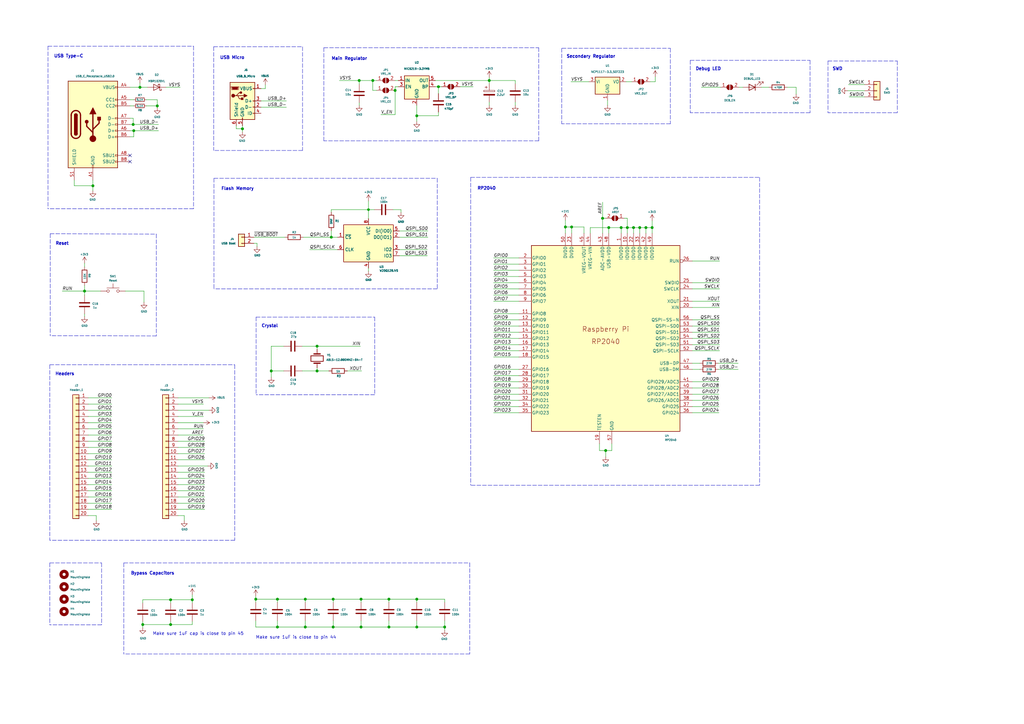
<source format=kicad_sch>
(kicad_sch (version 20211123) (generator eeschema)
  (paper "A3")
  (title_block (title "Mitayi Pico - RP2040") (date "2021-08-26") (rev "0.2") (company "CIRCUITSTATE Electronics") (comment 1 "Designed by Vishnu Mohanan") (comment 2 "Copyright 2021 CIRCUITSTATE Electronics"))
  (junction (at 136.652 245.745) (diameter 1.016))
  (junction (at 234.442 93.091) (diameter 1.016))
  (junction (at 111.252 152.146) (diameter 1.016))
  (junction (at 136.652 257.175) (diameter 1.016))
  (junction (at 125.222 257.175) (diameter 1.016))
  (junction (at 170.942 257.175) (diameter 1.016))
  (junction (at 159.512 257.175) (diameter 1.016))
  (junction (at 135.89 97.282) (diameter 1.016))
  (junction (at 248.412 184.785) (diameter 1.016))
  (junction (at 54.864 53.594) (diameter 1.016))
  (junction (at 104.902 245.745) (diameter 1.016))
  (junction (at 159.512 245.745) (diameter 1.016))
  (junction (at 267.462 93.345) (diameter 1.016))
  (junction (at 58.547 256.159) (diameter 1.016))
  (junction (at 113.792 257.175) (diameter 1.016))
  (junction (at 179.832 35.56) (diameter 1.016))
  (junction (at 147.32 33.02) (diameter 1.016))
  (junction (at 148.082 245.745) (diameter 1.016))
  (junction (at 257.302 93.345) (diameter 1.016))
  (junction (at 54.61 51.054) (diameter 1.016))
  (junction (at 78.867 245.999) (diameter 1.016))
  (junction (at 130.048 152.146) (diameter 1.016))
  (junction (at 69.977 245.999) (diameter 1.016))
  (junction (at 247.142 89.535) (diameter 1.016))
  (junction (at 262.382 93.345) (diameter 1.016))
  (junction (at 34.671 119.38) (diameter 1.016))
  (junction (at 113.792 245.745) (diameter 1.016))
  (junction (at 264.922 93.345) (diameter 1.016))
  (junction (at 231.902 93.091) (diameter 1.016))
  (junction (at 259.842 93.345) (diameter 1.016))
  (junction (at 148.082 257.175) (diameter 1.016))
  (junction (at 57.404 35.814) (diameter 1.016))
  (junction (at 170.942 47.498) (diameter 1.016))
  (junction (at 249.682 93.345) (diameter 1.016))
  (junction (at 99.441 52.832) (diameter 1.016))
  (junction (at 170.942 245.745) (diameter 1.016))
  (junction (at 200.66 33.02) (diameter 1.016))
  (junction (at 151.13 85.979))
  (junction (at 254.762 93.345) (diameter 1.016))
  (junction (at 152.908 33.02) (diameter 1.016))
  (junction (at 162.052 37.084) (diameter 1.016))
  (junction (at 38.1 76.2) (diameter 1.016))
  (junction (at 125.222 245.745) (diameter 1.016))
  (junction (at 182.372 257.175) (diameter 1.016))
  (junction (at 69.977 256.159) (diameter 1.016))
  (junction (at 64.516 43.434) (diameter 1.016))
  (junction (at 130.048 141.986) (diameter 1.016))
  (no_connect (at 53.34 63.754))
  (no_connect (at 53.34 66.294))
  (wire (pts (xy 283.972 126.111) (xy 295.148 126.111)))
  (wire (pts (xy 148.082 247.015) (xy 148.082 245.745)))
  (wire (pts (xy 202.438 136.271) (xy 212.852 136.271)))
  (wire (pts (xy 78.867 254.889) (xy 78.867 256.159)))
  (wire (pts (xy 78.867 256.159) (xy 69.977 256.159)))
  (wire (pts (xy 202.438 105.791) (xy 212.852 105.791)))
  (wire (pts (xy 256.032 89.535) (xy 257.302 89.535)))
  (wire (pts (xy 257.302 89.535) (xy 257.302 93.345)))
  (wire (pts (xy 36.195 173.355) (xy 45.847 173.355)))
  (wire (pts (xy 283.972 138.811) (xy 295.148 138.811)))
  (polyline (pts (xy 41.656 230.886) (xy 41.656 256.286)))
  (wire (pts (xy 36.195 198.755) (xy 45.847 198.755)))
  (wire (pts (xy 136.652 245.745) (xy 148.082 245.745)))
  (wire (pts (xy 83.947 208.915) (xy 73.025 208.915)))
  (wire (pts (xy 73.025 170.815) (xy 83.439 170.815)))
  (wire (pts (xy 170.942 257.175) (xy 182.372 257.175)))
  (polyline (pts (xy 79.375 18.923) (xy 79.375 85.598)))
  (wire (pts (xy 283.972 115.951) (xy 295.148 115.951)))
  (wire (pts (xy 36.195 165.735) (xy 45.847 165.735)))
  (wire (pts (xy 151.13 82.423) (xy 151.13 85.979)))
  (polyline (pts (xy 179.324 73.152) (xy 179.324 118.491)))
  (wire (pts (xy 36.195 170.815) (xy 45.847 170.815)))
  (wire (pts (xy 256.794 33.528) (xy 259.08 33.528)))
  (polyline (pts (xy 153.67 161.925) (xy 105.029 161.925)))
  (wire (pts (xy 73.025 168.275) (xy 85.725 168.275)))
  (wire (pts (xy 69.977 247.269) (xy 69.977 245.999)))
  (wire (pts (xy 231.902 90.297) (xy 231.902 93.091)))
  (wire (pts (xy 231.902 93.091) (xy 231.902 95.631)))
  (wire (pts (xy 116.332 152.146) (xy 111.252 152.146)))
  (wire (pts (xy 124.46 97.282) (xy 135.89 97.282)))
  (polyline (pts (xy 20.574 95.885) (xy 20.574 137.668)))
  (polyline (pts (xy 179.324 118.491) (xy 87.757 118.491)))
  (wire (pts (xy 202.438 164.211) (xy 212.852 164.211)))
  (wire (pts (xy 283.972 169.291) (xy 294.894 169.291)))
  (wire (pts (xy 283.972 164.211) (xy 294.894 164.211)))
  (polyline (pts (xy 368.046 46.228) (xy 339.598 46.228)))
  (wire (pts (xy 148.082 245.745) (xy 159.512 245.745)))
  (wire (pts (xy 152.908 33.02) (xy 154.432 33.02)))
  (wire (pts (xy 25.527 119.38) (xy 34.671 119.38)))
  (wire (pts (xy 34.671 119.38) (xy 41.275 119.38)))
  (wire (pts (xy 113.792 245.745) (xy 125.222 245.745)))
  (wire (pts (xy 111.252 152.146) (xy 111.252 154.686)))
  (polyline (pts (xy 87.63 19.177) (xy 87.63 61.722)))
  (polyline (pts (xy 153.67 130.048) (xy 153.67 161.925)))
  (wire (pts (xy 248.412 184.785) (xy 250.952 184.785)))
  (wire (pts (xy 250.952 184.785) (xy 250.952 181.991)))
  (wire (pts (xy 266.7 33.528) (xy 268.732 33.528)))
  (wire (pts (xy 268.732 33.528) (xy 268.732 31.496)))
  (wire (pts (xy 202.438 110.871) (xy 212.852 110.871)))
  (wire (pts (xy 36.195 186.055) (xy 45.847 186.055)))
  (wire (pts (xy 99.441 51.562) (xy 99.441 52.832)))
  (wire (pts (xy 99.441 52.832) (xy 99.441 54.102)))
  (wire (pts (xy 249.682 93.345) (xy 254.762 93.345)))
  (wire (pts (xy 104.14 99.822) (xy 105.41 99.822)))
  (wire (pts (xy 170.942 257.175) (xy 159.512 257.175)))
  (wire (pts (xy 267.462 90.551) (xy 267.462 93.345)))
  (polyline (pts (xy 87.757 73.152) (xy 179.324 73.152)))
  (polyline (pts (xy 192.659 230.886) (xy 192.659 268.224)))
  (wire (pts (xy 136.652 257.175) (xy 125.222 257.175)))
  (polyline (pts (xy 283.083 24.765) (xy 332.232 24.765)))
  (wire (pts (xy 57.404 35.814) (xy 60.452 35.814)))
  (polyline (pts (xy 193.04 72.771) (xy 193.04 199.009)))
  (wire (pts (xy 53.34 43.434) (xy 54.864 43.434)))
  (wire (pts (xy 34.671 117.094) (xy 34.671 119.38)))
  (wire (pts (xy 130.048 150.876) (xy 130.048 152.146)))
  (wire (pts (xy 202.438 128.651) (xy 212.852 128.651)))
  (wire (pts (xy 202.438 138.811) (xy 212.852 138.811)))
  (wire (pts (xy 162.052 33.02) (xy 163.322 33.02)))
  (wire (pts (xy 104.902 254.635) (xy 104.902 257.175)))
  (wire (pts (xy 104.902 257.175) (xy 113.792 257.175)))
  (wire (pts (xy 170.942 254.635) (xy 170.942 257.175)))
  (wire (pts (xy 142.494 152.146) (xy 148.336 152.146)))
  (wire (pts (xy 151.13 85.979) (xy 153.543 85.979)))
  (wire (pts (xy 202.438 146.431) (xy 212.852 146.431)))
  (wire (pts (xy 179.832 45.974) (xy 179.832 47.498)))
  (wire (pts (xy 159.512 247.015) (xy 159.512 245.745)))
  (wire (pts (xy 127 102.362) (xy 138.43 102.362)))
  (wire (pts (xy 202.438 131.191) (xy 212.852 131.191)))
  (wire (pts (xy 69.977 256.159) (xy 69.977 254.889)))
  (wire (pts (xy 135.89 86.995) (xy 135.89 85.979)))
  (wire (pts (xy 283.972 131.191) (xy 295.148 131.191)))
  (wire (pts (xy 38.1 73.914) (xy 38.1 76.2)))
  (wire (pts (xy 38.1 76.2) (xy 38.1 78.232)))
  (wire (pts (xy 152.908 33.02) (xy 152.908 37.084)))
  (wire (pts (xy 30.48 73.914) (xy 30.48 76.2)))
  (wire (pts (xy 30.48 76.2) (xy 38.1 76.2)))
  (wire (pts (xy 51.435 119.38) (xy 59.055 119.38)))
  (wire (pts (xy 59.944 40.894) (xy 64.516 40.894)))
  (wire (pts (xy 64.516 40.894) (xy 64.516 43.434)))
  (wire (pts (xy 211.328 41.91) (xy 211.328 43.18)))
  (wire (pts (xy 36.195 183.515) (xy 45.847 183.515)))
  (wire (pts (xy 294.64 148.971) (xy 302.768 148.971)))
  (wire (pts (xy 147.32 42.164) (xy 147.32 43.18)))
  (polyline (pts (xy 41.656 256.286) (xy 20.447 256.286)))
  (wire (pts (xy 73.025 175.895) (xy 83.439 175.895)))
  (polyline (pts (xy 230.378 19.812) (xy 230.378 50.8)))
  (wire (pts (xy 73.025 183.515) (xy 83.947 183.515)))
  (wire (pts (xy 139.192 33.02) (xy 147.32 33.02)))
  (wire (pts (xy 202.438 115.951) (xy 212.852 115.951)))
  (wire (pts (xy 179.832 38.354) (xy 179.832 35.56)))
  (polyline (pts (xy 87.63 19.177) (xy 124.079 19.177)))
  (wire (pts (xy 202.438 133.731) (xy 212.852 133.731)))
  (wire (pts (xy 73.025 188.595) (xy 83.947 188.595)))
  (polyline (pts (xy 220.98 57.785) (xy 132.842 57.785)))
  (wire (pts (xy 283.972 156.591) (xy 294.894 156.591)))
  (wire (pts (xy 283.972 118.491) (xy 295.148 118.491)))
  (wire (pts (xy 83.947 203.835) (xy 73.025 203.835)))
  (wire (pts (xy 200.66 33.02) (xy 211.328 33.02)))
  (wire (pts (xy 211.328 34.29) (xy 211.328 33.02)))
  (wire (pts (xy 36.195 191.135) (xy 45.847 191.135)))
  (wire (pts (xy 147.32 34.544) (xy 147.32 33.02)))
  (wire (pts (xy 303.149 35.814) (xy 304.673 35.814)))
  (polyline (pts (xy 311.531 199.009) (xy 193.04 199.009)))
  (wire (pts (xy 202.438 154.051) (xy 212.852 154.051)))
  (wire (pts (xy 162.052 35.56) (xy 163.322 35.56)))
  (wire (pts (xy 202.438 159.131) (xy 212.852 159.131)))
  (wire (pts (xy 202.438 166.751) (xy 212.852 166.751)))
  (wire (pts (xy 159.512 257.175) (xy 148.082 257.175)))
  (wire (pts (xy 135.89 97.282) (xy 138.43 97.282)))
  (wire (pts (xy 36.195 163.195) (xy 45.847 163.195)))
  (wire (pts (xy 179.832 35.56) (xy 181.102 35.56)))
  (wire (pts (xy 78.867 245.999) (xy 78.867 247.269)))
  (wire (pts (xy 322.961 35.814) (xy 326.517 35.814)))
  (wire (pts (xy 326.517 35.814) (xy 326.517 38.608)))
  (wire (pts (xy 159.512 245.745) (xy 170.942 245.745)))
  (polyline (pts (xy 274.955 19.812) (xy 274.955 50.8)))
  (wire (pts (xy 73.025 178.435) (xy 83.439 178.435)))
  (polyline (pts (xy 105.029 130.048) (xy 153.67 130.048)))
  (wire (pts (xy 202.438 108.331) (xy 212.852 108.331)))
  (wire (pts (xy 125.222 245.745) (xy 136.652 245.745)))
  (wire (pts (xy 283.972 136.271) (xy 295.148 136.271)))
  (wire (pts (xy 170.942 247.015) (xy 170.942 245.745)))
  (wire (pts (xy 200.66 33.02) (xy 200.66 34.29)))
  (wire (pts (xy 78.867 243.967) (xy 78.867 245.999)))
  (wire (pts (xy 287.655 35.814) (xy 295.529 35.814)))
  (wire (pts (xy 283.972 141.351) (xy 295.148 141.351)))
  (wire (pts (xy 105.41 99.822) (xy 105.41 101.092)))
  (polyline (pts (xy 96.266 221.615) (xy 20.447 221.615)))
  (wire (pts (xy 113.792 247.015) (xy 113.792 245.745)))
  (polyline (pts (xy 20.574 95.885) (xy 64.135 96.012)))
  (wire (pts (xy 136.652 254.635) (xy 136.652 257.175)))
  (wire (pts (xy 104.902 245.745) (xy 104.902 247.015)))
  (wire (pts (xy 283.972 166.751) (xy 294.894 166.751)))
  (wire (pts (xy 59.055 119.38) (xy 59.055 123.952)))
  (wire (pts (xy 283.972 151.511) (xy 287.02 151.511)))
  (wire (pts (xy 294.64 151.511) (xy 302.768 151.511)))
  (wire (pts (xy 202.438 141.351) (xy 212.852 141.351)))
  (polyline (pts (xy 19.685 18.923) (xy 19.685 85.598)))
  (polyline (pts (xy 50.8 230.886) (xy 50.8 268.224)))
  (wire (pts (xy 73.025 193.675) (xy 83.947 193.675)))
  (wire (pts (xy 96.901 51.562) (xy 96.901 52.832)))
  (wire (pts (xy 96.901 52.832) (xy 99.441 52.832)))
  (wire (pts (xy 136.652 247.015) (xy 136.652 245.745)))
  (polyline (pts (xy 20.447 149.606) (xy 20.447 221.615)))
  (wire (pts (xy 68.072 35.814) (xy 73.914 35.814)))
  (wire (pts (xy 162.052 35.56) (xy 162.052 37.084)))
  (wire (pts (xy 347.726 37.211) (xy 354.584 37.211)))
  (wire (pts (xy 247.142 89.535) (xy 248.412 89.535)))
  (wire (pts (xy 247.142 95.631) (xy 247.142 89.535)))
  (wire (pts (xy 36.195 211.455) (xy 39.497 211.455)))
  (wire (pts (xy 39.497 211.455) (xy 39.497 213.487)))
  (wire (pts (xy 59.944 43.434) (xy 64.516 43.434)))
  (wire (pts (xy 64.516 43.434) (xy 64.516 44.196)))
  (wire (pts (xy 73.025 173.355) (xy 83.439 173.355)))
  (wire (pts (xy 83.947 206.375) (xy 73.025 206.375)))
  (wire (pts (xy 73.025 211.455) (xy 75.565 211.455)))
  (wire (pts (xy 75.565 211.455) (xy 75.565 213.487)))
  (polyline (pts (xy 20.447 230.886) (xy 41.656 230.886)))
  (wire (pts (xy 69.977 245.999) (xy 78.867 245.999)))
  (wire (pts (xy 354.584 34.671) (xy 347.98 34.671)))
  (wire (pts (xy 125.222 247.015) (xy 125.222 245.745)))
  (wire (pts (xy 83.947 201.295) (xy 73.025 201.295)))
  (wire (pts (xy 179.832 47.498) (xy 170.942 47.498)))
  (wire (pts (xy 34.671 128.778) (xy 34.671 129.794)))
  (wire (pts (xy 242.062 93.345) (xy 249.682 93.345)))
  (wire (pts (xy 242.062 95.631) (xy 242.062 93.345)))
  (wire (pts (xy 58.547 256.159) (xy 58.547 257.429)))
  (wire (pts (xy 58.547 245.999) (xy 69.977 245.999)))
  (polyline (pts (xy 132.842 19.558) (xy 220.98 19.558)))
  (wire (pts (xy 283.972 148.971) (xy 287.02 148.971)))
  (wire (pts (xy 163.83 94.742) (xy 175.514 94.742)))
  (wire (pts (xy 36.195 175.895) (xy 45.847 175.895)))
  (wire (pts (xy 354.584 39.751) (xy 348.234 39.751)))
  (wire (pts (xy 111.252 141.986) (xy 111.252 152.146)))
  (wire (pts (xy 130.048 141.986) (xy 147.828 141.986)))
  (wire (pts (xy 245.872 184.785) (xy 245.872 181.991)))
  (wire (pts (xy 248.412 184.785) (xy 245.872 184.785)))
  (wire (pts (xy 248.412 187.325) (xy 248.412 184.785)))
  (wire (pts (xy 202.438 169.291) (xy 212.852 169.291)))
  (wire (pts (xy 200.66 31.75) (xy 200.66 33.02)))
  (polyline (pts (xy 132.842 19.558) (xy 132.842 57.785)))
  (wire (pts (xy 123.952 152.146) (xy 130.048 152.146)))
  (wire (pts (xy 170.942 245.745) (xy 182.372 245.745)))
  (wire (pts (xy 130.048 143.256) (xy 130.048 141.986)))
  (polyline (pts (xy 79.375 85.598) (xy 19.685 85.598)))
  (wire (pts (xy 125.222 254.635) (xy 125.222 257.175)))
  (wire (pts (xy 283.972 107.061) (xy 295.148 107.061)))
  (polyline (pts (xy 105.029 130.048) (xy 105.029 161.925)))
  (wire (pts (xy 73.025 191.135) (xy 85.217 191.135)))
  (wire (pts (xy 125.222 257.175) (xy 113.792 257.175)))
  (wire (pts (xy 182.372 257.175) (xy 182.372 258.445)))
  (polyline (pts (xy 339.598 25.019) (xy 368.046 25.019)))
  (wire (pts (xy 163.83 97.282) (xy 175.514 97.282)))
  (wire (pts (xy 283.972 159.131) (xy 294.894 159.131)))
  (wire (pts (xy 179.832 35.56) (xy 178.562 35.56)))
  (wire (pts (xy 34.671 119.38) (xy 34.671 121.158)))
  (wire (pts (xy 116.84 97.282) (xy 104.14 97.282)))
  (wire (pts (xy 202.438 156.591) (xy 212.852 156.591)))
  (wire (pts (xy 202.438 121.031) (xy 212.852 121.031)))
  (wire (pts (xy 53.34 35.814) (xy 57.404 35.814)))
  (wire (pts (xy 57.404 35.814) (xy 57.404 34.036)))
  (wire (pts (xy 53.34 48.514) (xy 54.61 48.514)))
  (wire (pts (xy 54.61 48.514) (xy 54.61 51.054)))
  (polyline (pts (xy 20.447 230.886) (xy 20.447 256.286)))
  (wire (pts (xy 73.025 165.735) (xy 83.439 165.735)))
  (wire (pts (xy 249.174 41.148) (xy 249.174 43.18)))
  (wire (pts (xy 188.722 35.56) (xy 194.056 35.56)))
  (polyline (pts (xy 64.135 96.012) (xy 64.135 137.795)))
  (wire (pts (xy 73.025 163.195) (xy 85.725 163.195)))
  (wire (pts (xy 200.66 41.91) (xy 200.66 43.18)))
  (wire (pts (xy 83.947 198.755) (xy 73.025 198.755)))
  (wire (pts (xy 148.082 254.635) (xy 148.082 257.175)))
  (polyline (pts (xy 20.447 149.606) (xy 96.266 149.606)))
  (wire (pts (xy 151.13 85.979) (xy 151.13 89.662)))
  (wire (pts (xy 264.922 93.345) (xy 264.922 95.631)))
  (polyline (pts (xy 96.266 149.606) (xy 96.266 221.615)))
  (wire (pts (xy 283.972 143.891) (xy 295.148 143.891)))
  (wire (pts (xy 58.547 256.159) (xy 69.977 256.159)))
  (wire (pts (xy 264.922 93.345) (xy 267.462 93.345)))
  (wire (pts (xy 267.462 95.631) (xy 267.462 93.345)))
  (polyline (pts (xy 368.046 25.019) (xy 368.046 46.228)))
  (wire (pts (xy 170.942 47.498) (xy 170.942 49.784)))
  (polyline (pts (xy 220.98 19.558) (xy 220.98 57.785)))
  (wire (pts (xy 36.195 180.975) (xy 45.847 180.975)))
  (wire (pts (xy 53.34 53.594) (xy 54.864 53.594)))
  (wire (pts (xy 54.864 53.594) (xy 65.024 53.594)))
  (wire (pts (xy 36.195 196.215) (xy 45.847 196.215)))
  (wire (pts (xy 53.34 40.894) (xy 54.864 40.894)))
  (polyline (pts (xy 192.659 268.224) (xy 50.8 268.224)))
  (wire (pts (xy 36.195 201.295) (xy 45.847 201.295)))
  (wire (pts (xy 161.163 85.979) (xy 164.465 85.979)))
  (wire (pts (xy 164.465 85.979) (xy 164.465 87.122)))
  (wire (pts (xy 58.547 254.889) (xy 58.547 256.159)))
  (wire (pts (xy 152.908 37.084) (xy 154.432 37.084)))
  (polyline (pts (xy 339.598 25.019) (xy 339.598 46.228)))
  (wire (pts (xy 36.195 206.375) (xy 45.847 206.375)))
  (wire (pts (xy 73.025 186.055) (xy 83.947 186.055)))
  (wire (pts (xy 113.792 254.635) (xy 113.792 257.175)))
  (wire (pts (xy 182.372 254.635) (xy 182.372 257.175)))
  (wire (pts (xy 312.293 35.814) (xy 315.341 35.814)))
  (polyline (pts (xy 193.04 72.771) (xy 311.531 72.771)))
  (wire (pts (xy 249.682 95.631) (xy 249.682 93.345)))
  (polyline (pts (xy 311.531 72.771) (xy 311.531 199.009)))
  (wire (pts (xy 156.21 46.99) (xy 162.052 46.99)))
  (wire (pts (xy 162.052 46.99) (xy 162.052 37.084)))
  (wire (pts (xy 104.902 244.475) (xy 104.902 245.745)))
  (wire (pts (xy 202.438 113.411) (xy 212.852 113.411)))
  (polyline (pts (xy 274.955 50.8) (xy 230.378 50.8)))
  (polyline (pts (xy 19.685 18.923) (xy 79.375 18.923)))
  (wire (pts (xy 202.438 151.511) (xy 212.852 151.511)))
  (wire (pts (xy 170.942 43.18) (xy 170.942 47.498)))
  (wire (pts (xy 163.83 104.902) (xy 175.26 104.902)))
  (wire (pts (xy 104.902 245.745) (xy 113.792 245.745)))
  (polyline (pts (xy 124.079 61.722) (xy 87.63 61.722)))
  (wire (pts (xy 262.382 95.631) (xy 262.382 93.345)))
  (wire (pts (xy 283.972 161.671) (xy 294.894 161.671)))
  (wire (pts (xy 36.195 203.835) (xy 45.847 203.835)))
  (wire (pts (xy 116.332 141.986) (xy 111.252 141.986)))
  (wire (pts (xy 231.902 93.091) (xy 234.442 93.091)))
  (wire (pts (xy 234.442 95.631) (xy 234.442 93.091)))
  (wire (pts (xy 36.195 208.915) (xy 45.847 208.915)))
  (wire (pts (xy 36.195 193.675) (xy 45.847 193.675)))
  (wire (pts (xy 257.302 93.345) (xy 259.842 93.345)))
  (wire (pts (xy 259.842 93.345) (xy 262.382 93.345)))
  (wire (pts (xy 259.842 95.631) (xy 259.842 93.345)))
  (wire (pts (xy 262.382 93.345) (xy 264.922 93.345)))
  (polyline (pts (xy 332.232 24.765) (xy 332.232 46.228)))
  (wire (pts (xy 53.34 56.134) (xy 54.864 56.134)))
  (wire (pts (xy 54.864 56.134) (xy 54.864 53.594)))
  (wire (pts (xy 107.061 41.402) (xy 117.475 41.402)))
  (wire (pts (xy 130.048 152.146) (xy 134.874 152.146)))
  (wire (pts (xy 36.195 188.595) (xy 45.847 188.595)))
  (polyline (pts (xy 64.135 137.795) (xy 20.574 137.668)))
  (wire (pts (xy 135.89 94.615) (xy 135.89 97.282)))
  (wire (pts (xy 53.34 51.054) (xy 54.61 51.054)))
  (wire (pts (xy 54.61 51.054) (xy 65.024 51.054)))
  (wire (pts (xy 239.522 93.091) (xy 234.442 93.091)))
  (wire (pts (xy 239.522 95.631) (xy 239.522 93.091)))
  (wire (pts (xy 123.952 141.986) (xy 130.048 141.986)))
  (wire (pts (xy 178.562 33.02) (xy 200.66 33.02)))
  (wire (pts (xy 202.438 118.491) (xy 212.852 118.491)))
  (wire (pts (xy 135.89 85.979) (xy 151.13 85.979)))
  (wire (pts (xy 283.972 133.731) (xy 295.148 133.731)))
  (polyline (pts (xy 332.232 46.228) (xy 283.083 46.228)))
  (wire (pts (xy 163.83 102.362) (xy 175.26 102.362)))
  (wire (pts (xy 147.32 33.02) (xy 152.908 33.02)))
  (wire (pts (xy 36.195 178.435) (xy 45.847 178.435)))
  (polyline (pts (xy 50.8 230.886) (xy 192.659 230.886)))
  (wire (pts (xy 254.762 93.345) (xy 257.302 93.345)))
  (wire (pts (xy 257.302 95.631) (xy 257.302 93.345)))
  (wire (pts (xy 148.082 257.175) (xy 136.652 257.175)))
  (wire (pts (xy 34.671 107.95) (xy 34.671 109.474)))
  (wire (pts (xy 58.547 247.269) (xy 58.547 245.999)))
  (wire (pts (xy 159.512 254.635) (xy 159.512 257.175)))
  (wire (pts (xy 182.372 247.015) (xy 182.372 245.745)))
  (wire (pts (xy 107.061 43.942) (xy 117.475 43.942)))
  (polyline (pts (xy 283.083 24.765) (xy 283.083 46.228)))
  (wire (pts (xy 73.025 196.215) (xy 83.947 196.215)))
  (wire (pts (xy 283.972 123.571) (xy 295.148 123.571)))
  (wire (pts (xy 202.438 123.571) (xy 212.852 123.571)))
  (polyline (pts (xy 87.757 73.152) (xy 87.757 118.491)))
  (polyline (pts (xy 124.079 19.177) (xy 124.079 61.722)))
  (wire (pts (xy 151.13 109.982) (xy 151.13 111.252)))
  (wire (pts (xy 107.061 36.322) (xy 108.839 36.322)))
  (wire (pts (xy 108.839 36.322) (xy 108.839 34.798)))
  (wire (pts (xy 254.762 95.631) (xy 254.762 93.345)))
  (polyline (pts (xy 230.505 19.812) (xy 274.955 19.812)))
  (wire (pts (xy 247.142 82.931) (xy 247.142 89.535)))
  (wire (pts (xy 234.188 33.528) (xy 241.554 33.528)))
  (wire (pts (xy 202.438 161.671) (xy 212.852 161.671)))
  (wire (pts (xy 73.025 180.975) (xy 83.947 180.975)))
  (wire (pts (xy 202.438 143.891) (xy 212.852 143.891)))
  (wire (pts (xy 36.195 168.275) (xy 45.847 168.275)))
  (text "USB Type-C" (at 22.098 23.876 0) (effects (font (size 1.27 1.27) (thickness 0.254) bold) (justify left bottom)))
  (text "Main Regulator" (at 135.89 24.892 0) (effects (font (size 1.27 1.27) (thickness 0.254) bold) (justify left bottom)))
  (text "Headers" (at 22.606 154.178 0) (effects (font (size 1.27 1.27) (thickness 0.254) bold) (justify left bottom)))
  (text "RP2040" (at 195.707 78.105 0) (effects (font (size 1.27 1.27) (thickness 0.254) bold) (justify left bottom)))
  (text "Bypass Capacitors" (at 53.594 235.966 0) (effects (font (size 1.27 1.27) (thickness 0.254) bold) (justify left bottom)))
  (text "Make sure 1uF cap is close to pin 45" (at 62.611 260.731 0) (effects (font (size 1.27 1.27)) (justify left bottom)))
  (text "Debug LED" (at 285.242 29.083 0) (effects (font (size 1.27 1.27) (thickness 0.254) bold) (justify left bottom)))
  (text "Secondary Regulator" (at 232.283 24.003 0) (effects (font (size 1.27 1.27) (thickness 0.254) bold) (justify left bottom)))
  (text "Crystal" (at 107.188 134.493 0) (effects (font (size 1.27 1.27) (thickness 0.254) bold) (justify left bottom)))
  (text "SWD" (at 341.376 29.083 0) (effects (font (size 1.27 1.27) (thickness 0.254) bold) (justify left bottom)))
  (text "Reset" (at 22.733 100.711 0) (effects (font (size 1.27 1.27) (thickness 0.254) bold) (justify left bottom)))
  (text "Make sure 1uF is close to pin 44" (at 104.902 262.255 0) (effects (font (size 1.27 1.27)) (justify left bottom)))
  (text "Flash Memory" (at 90.678 78.232 0) (effects (font (size 1.27 1.27) (thickness 0.254) bold) (justify left bottom)))
  (text "USB Micro" (at 90.17 24.511 0) (effects (font (size 1.27 1.27) (thickness 0.254) bold) (justify left bottom)))
  (label "QSPI_SS" (at 127 97.282 0) (effects (font italic)))
  (label "GPIO29" (at 83.947 180.975 180) (effects (font italic)))
  (label "QSPI_SD3" (at 295.148 141.351 180) (effects (font italic)))
  (label "GPIO9" (at 202.438 131.191 0) (effects (font italic)))
  (label "GPIO24" (at 83.947 196.215 180) (effects (font italic)))
  (label "GPIO6" (at 202.438 121.031 0) (effects (font italic)))
  (label "VSYS" (at 73.914 35.814 180) (effects (font italic)))
  (label "GPIO27" (at 83.947 186.055 180) (effects (font italic)))
  (label "QSPI_SD1" (at 295.148 136.271 180) (effects (font italic)))
  (label "GPIO21" (at 83.947 203.835 180) (effects (font italic)))
  (label "GPIO20" (at 83.947 206.375 180) (effects (font italic)))
  (label "RUN" (at 295.148 107.061 180) (effects (font italic)))
  (label "GPIO8" (at 45.847 183.515 180) (effects (font italic)))
  (label "GPIO25" (at 287.655 35.814 0) (effects (font italic)))
  (label "GPIO4" (at 202.438 115.951 0) (effects (font italic)))
  (label "GPIO12" (at 45.847 193.675 180) (effects (font italic)))
  (label "VSYS" (at 139.192 33.02 0) (effects (font italic)))
  (label "GPIO13" (at 45.847 196.215 180) (effects (font italic)))
  (label "XOUT" (at 295.148 123.571 180) (effects (font italic)))
  (label "VSYS" (at 234.188 33.528 0) (effects (font italic)))
  (label "GPIO11" (at 202.438 136.271 0) (effects (font italic)))
  (label "USB_D-" (at 65.024 51.054 180) (effects (font italic)))
  (label "GPIO23" (at 202.438 169.291 0) (effects (font italic)))
  (label "GPIO9" (at 45.847 186.055 180) (effects (font italic)))
  (label "GPIO7" (at 202.438 123.571 0) (effects (font italic)))
  (label "USB_D+" (at 302.768 148.971 180) (effects (font italic)))
  (label "GPIO22" (at 83.947 201.295 180) (effects (font italic)))
  (label "QSPI_SCLK" (at 295.148 143.891 180) (effects (font italic)))
  (label "USB_D+" (at 65.024 53.594 180) (effects (font italic)))
  (label "GPIO17" (at 45.847 206.375 180) (effects (font italic)))
  (label "GPIO19" (at 83.947 208.915 180) (effects (font italic)))
  (label "XOUT" (at 148.336 152.146 180) (effects (font italic)))
  (label "QSPI_SD2" (at 175.26 102.362 180) (effects (font italic)))
  (label "GPIO15" (at 202.438 146.431 0) (effects (font italic)))
  (label "RUN" (at 83.439 175.895 180) (effects (font italic)))
  (label "GPIO0" (at 45.847 163.195 180) (effects (font italic)))
  (label "QSPI_SD0" (at 295.148 133.731 180) (effects (font italic)))
  (label "QSPI_SD1" (at 175.514 97.282 180) (effects (font italic)))
  (label "AREF" (at 83.439 178.435 180) (effects (font italic)))
  (label "GPIO2" (at 202.438 110.871 0) (effects (font italic)))
  (label "GPIO6" (at 45.847 178.435 180) (effects (font italic)))
  (label "RUN" (at 25.527 119.38 0) (effects (font italic)))
  (label "GPIO10" (at 202.438 133.731 0) (effects (font italic)))
  (label "V_EN" (at 83.439 170.815 180) (effects (font italic)))
  (label "GPIO4" (at 45.847 173.355 180) (effects (font italic)))
  (label "GPIO27" (at 294.894 161.671 180) (effects (font italic)))
  (label "GPIO16" (at 45.847 203.835 180) (effects (font italic)))
  (label "GPIO28" (at 294.894 159.131 180) (effects (font italic)))
  (label "GPIO16" (at 202.438 151.511 0) (effects (font italic)))
  (label "AREF" (at 247.142 82.931 270) (effects (font italic)))
  (label "GPIO2" (at 45.847 168.275 180) (effects (font italic)))
  (label "VSYS" (at 83.439 165.735 180) (effects (font italic)))
  (label "GPIO20" (at 202.438 161.671 0) (effects (font italic)))
  (label "GPIO1" (at 45.847 165.735 180) (effects (font italic)))
  (label "GPIO7" (at 45.847 180.975 180) (effects (font italic)))
  (label "GPIO5" (at 45.847 175.895 180) (effects (font italic)))
  (label "GPIO3" (at 45.847 170.815 180) (effects (font italic)))
  (label "GPIO8" (at 202.438 128.651 0) (effects (font italic)))
  (label "GPIO26" (at 83.947 188.595 180) (effects (font italic)))
  (label "GPIO14" (at 202.438 143.891 0) (effects (font italic)))
  (label "GPIO19" (at 202.438 159.131 0) (effects (font italic)))
  (label "GPIO22" (at 202.438 166.751 0) (effects (font italic)))
  (label "XIN" (at 295.148 126.111 180) (effects (font italic)))
  (label "GPIO23" (at 83.947 198.755 180) (effects (font italic)))
  (label "GPIO12" (at 202.438 138.811 0) (effects (font italic)))
  (label "QSPI_SD3" (at 175.26 104.902 180) (effects (font italic)))
  (label "QSPI_SD2" (at 295.148 138.811 180) (effects (font italic)))
  (label "GPIO15" (at 45.847 201.295 180) (effects (font italic)))
  (label "GPIO25" (at 294.894 166.751 180) (effects (font italic)))
  (label "USB_D+" (at 117.475 41.402 180) (effects (font italic)))
  (label "GPIO24" (at 294.894 169.291 180) (effects (font italic)))
  (label "SWDIO" (at 295.148 115.951 180) (effects (font italic)))
  (label "XIN" (at 147.828 141.986 180) (effects (font italic)))
  (label "GPIO10" (at 45.847 188.595 180) (effects (font italic)))
  (label "VSYS" (at 194.056 35.56 180) (effects (font italic)))
  (label "GPIO5" (at 202.438 118.491 0) (effects (font italic)))
  (label "GPIO14" (at 45.847 198.755 180) (effects (font italic)))
  (label "GPIO25" (at 83.947 193.675 180) (effects (font italic)))
  (label "SWCLK" (at 347.98 34.671 0) (effects (font italic)))
  (label "GPIO1" (at 202.438 108.331 0) (effects (font italic)))
  (label "QSPI_SCLK" (at 127 102.362 0) (effects (font italic)))
  (label "GPIO11" (at 45.847 191.135 180) (effects (font italic)))
  (label "QSPI_SS" (at 295.148 131.191 180) (effects (font italic)))
  (label "SWDIO" (at 348.234 39.751 0) (effects (font italic)))
  (label "GPIO3" (at 202.438 113.411 0) (effects (font italic)))
  (label "USB_D-" (at 302.768 151.511 180) (effects (font italic)))
  (label "GPIO18" (at 45.847 208.915 180) (effects (font italic)))
  (label "GPIO21" (at 202.438 164.211 0) (effects (font italic)))
  (label "~{USB_BOOT}" (at 104.14 97.282 0) (effects (font italic)))
  (label "GPIO13" (at 202.438 141.351 0) (effects (font italic)))
  (label "GPIO18" (at 202.438 156.591 0) (effects (font italic)))
  (label "USB_D-" (at 117.475 43.942 180) (effects (font italic)))
  (label "V_EN" (at 156.21 46.99 0) (effects (font italic)))
  (label "GPIO26" (at 294.894 164.211 180) (effects (font italic)))
  (label "GPIO0" (at 202.438 105.791 0) (effects (font italic)))
  (label "SWCLK" (at 295.148 118.491 180) (effects (font italic)))
  (label "GPIO17" (at 202.438 154.051 0) (effects (font italic)))
  (label "GPIO28" (at 83.947 183.515 180) (effects (font italic)))
  (label "GPIO29" (at 294.894 156.591 180) (effects (font italic)))
  (label "QSPI_SD0" (at 175.514 94.742 180) (effects (font italic)))
  (symbol (lib_id "power:GND") (at 211.328 43.18 0) (unit 1)
    (property "Reference" "#PWR014" (effects hide))
    (property "Value" "GND" (at 211.328 46.99 0) (effects (font (size 0.8 0.8))))
  )
  (symbol (lib_id "power:GND") (at 182.372 258.445 0) (unit 1)
    (property "Reference" "#PWR010" (effects hide))
    (property "Value" "GND" (at 182.245 262.0772 0) (effects (font (size 0.8 0.8))))
  )
  (symbol (lib_id "power:GND") (at 75.565 213.487 0) (unit 1)
    (property "Reference" "#PWR030" (effects hide))
    (property "Value" "GND" (at 75.692 217.1192 0) (effects (font (size 0.8 0.8))))
  )
  (symbol (lib_id "Connector:USB_C_Receptacle_USB2.0") (at 38.1 51.054 0) (unit 1)
    (property "Reference" "J1" (at 37.973 28.956 0) (effects (font (size 0.8 0.8))))
    (property "Value" "USB_C_Receptacle_USB2.0" (at 38.989 31.242 0) (effects (font (size 0.8 0.8))))
    (property "Footprint" "CIRCUITSTATE_Connector_USB:Korean-Hroparts-Elec_TYPE-C-31-M-12" (effects hide))
    (property "Datasheet" "https://www.usb.org/sites/default/files/documents/usb_type-c.zip" (effects hide))
  )
  (symbol (lib_id "Device:C") (at 120.142 141.986 270) (unit 1)
    (property "Reference" "C18" (at 119.0244 136.525 90) (effects (font (size 0.8 0.8)) (justify left)))
    (property "Value" "27p" (at 119.253 138.049 90) (effects (font (size 0.8 0.8)) (justify left)))
    (property "Footprint" "Capacitor_SMD:C_0402_1005Metric_Pad0.74x0.62mm_HandSolder" (effects hide))
  )
  (symbol (lib_id "Device:C") (at 78.867 251.079 0) (unit 1)
    (property "Reference" "C3" (at 82.042 250.4186 0) (effects (font (size 0.8 0.8)) (justify left)))
    (property "Value" "1u" (at 82.042 251.968 0) (effects (font (size 0.8 0.8)) (justify left)))
    (property "Footprint" "Capacitor_SMD:C_0402_1005Metric_Pad0.74x0.62mm_HandSolder" (effects hide))
  )
  (symbol (lib_id "power:+3V3") (at 200.66 31.75 0) (unit 1)
    (property "Reference" "#PWR06" (effects hide))
    (property "Value" "+3V3" (at 200.533 28.1178 0) (effects (font (size 0.8 0.8))))
  )
  (symbol (lib_id "power:GND") (at 151.13 111.252 0) (unit 1)
    (property "Reference" "#PWR028" (effects hide))
    (property "Value" "GND" (at 151.13 114.808 0) (effects (font (size 0.8 0.8))))
  )
  (symbol (lib_id "Connector_Generic:Conn_01x20") (at 67.945 186.055 0) (mirror y) (unit 1)
    (property "Reference" "J3" (at 68.199 158.115 0) (effects (font (size 0.8 0.8))))
    (property "Value" "Header_2" (at 68.453 159.893 0) (effects (font (size 0.8 0.8))))
    (property "Footprint" "CIRCUITSTATE-Connector-Pin-Headers:PinHeader_1x20_2H_P2.54mm_Vertical" (effects hide))
  )
  (symbol (lib_id "Diode:MBR1020VL") (at 64.262 35.814 180) (unit 1)
    (property "Reference" "D2" (at 64.262 30.734 0) (effects (font (size 0.8 0.8))))
    (property "Value" "MBR1020VL" (at 64.262 33.274 0) (effects (font (size 0.8 0.8))))
    (property "Footprint" "Diode_SMD:D_SOD-123F" (effects hide))
    (property "Datasheet" "https://www.onsemi.com/pub/Collateral/MBR1020VL-D.PDF" (effects hide))
  )
  (symbol (lib_id "Device:Crystal") (at 130.048 147.066 270) (unit 1)
    (property "Reference" "Y1" (at 134.1374 145.6436 90) (effects (font (size 0.8 0.8)) (justify left)))
    (property "Value" "ABLS-12.000MHZ-B4-T" (at 133.858 147.574 90) (effects (font (size 0.8 0.8)) (justify left)))
    (property "Footprint" "Crystal:Crystal_SMD_3225-4Pin_3.2x2.5mm" (effects hide))
  )
  (symbol (lib_id "power:GND") (at 170.942 49.784 0) (unit 1)
    (property "Reference" "#PWR015" (effects hide))
    (property "Value" "GND" (at 170.942 53.594 0) (effects (font (size 0.8 0.8))))
  )
  (symbol (lib_id "Device:C") (at 34.671 124.968 0) (unit 1)
    (property "Reference" "C16" (at 37.846 124.5616 0) (effects (font (size 0.8 0.8)) (justify left)))
    (property "Value" "1u" (at 38.1 126.111 0) (effects (font (size 0.8 0.8)) (justify left)))
    (property "Footprint" "Capacitor_SMD:C_0402_1005Metric_Pad0.74x0.62mm_HandSolder" (effects hide))
  )
  (symbol (lib_id "Memory_Flash:W25Q128JVS") (at 151.13 99.822 0) (unit 1)
    (property "Reference" "U3" (at 156.464 109.474 0) (effects (font (size 0.8 0.8))))
    (property "Value" "W25Q128JVS" (at 159.512 110.998 0) (effects (font (size 0.8 0.8))))
    (property "Footprint" "Package_SO:SOIC-8_5.23x5.23mm_P1.27mm" (effects hide))
    (property "Datasheet" "http://www.winbond.com/resource-files/w25q128jv_dtr%20revc%2003272018%20plus.pdf" (effects hide))
  )
  (symbol (lib_id "Device:R") (at 135.89 90.805 0) (unit 1)
    (property "Reference" "R1" (at 137.414 90.6526 0) (effects (font (size 0.8 0.8)) (justify left)))
    (property "Value" "DNF" (at 135.89 91.948 90) (effects (font (size 0.8 0.8)) (justify left)))
    (property "Footprint" "Resistor_SMD:R_0402_1005Metric_Pad0.72x0.64mm_HandSolder" (effects hide))
  )
  (symbol (lib_id "power:+3V3") (at 267.462 90.551 0) (unit 1)
    (property "Reference" "#PWR024" (effects hide))
    (property "Value" "+3V3" (at 267.335 86.9188 0) (effects (font (size 0.8 0.8))))
  )
  (symbol (lib_id "Device:C") (at 125.222 250.825 0) (unit 1)
    (property "Reference" "C6" (at 128.651 250.1646 0) (effects (font (size 0.8 0.8)) (justify left)))
    (property "Value" "100n" (at 128.143 251.968 0) (effects (font (size 0.8 0.8)) (justify left)))
    (property "Footprint" "Capacitor_SMD:C_0402_1005Metric_Pad0.74x0.62mm_HandSolder" (effects hide))
  )
  (symbol (lib_id "power:GND") (at 34.671 129.794 0) (unit 1)
    (property "Reference" "#PWR020" (effects hide))
    (property "Value" "GND" (at 34.671 133.604 0) (effects (font (size 0.8 0.8))))
  )
  (symbol (lib_id "power:GND") (at 249.174 43.18 0) (unit 1)
    (property "Reference" "#PWR011" (effects hide))
    (property "Value" "GND" (at 249.174 46.99 0) (effects (font (size 0.8 0.8))))
  )
  (symbol (lib_id "CIRCUITSTATE-Microcontrollers:RP2040") (at 217.932 176.911 0) (unit 1)
    (property "Reference" "U4" (at 273.558 178.689 0) (effects (font (size 0.8 0.8))))
    (property "Value" "RP2040" (at 275.082 180.467 0) (effects (font (size 0.8 0.8))))
    (property "Footprint" "CIRCUITSTATE-QFN:RP2040-QFN-56" (effects hide))
    (property "Datasheet" "https://datasheets.raspberrypi.org/rp2040/rp2040-datasheet.pdf" (effects hide))
    (property "Author" "CIRCUITSTATE Electronics" (effects hide))
    (property "License" "CC BY 4.0" (effects hide))
    (property "Revision" "1.3" (effects hide))
  )
  (symbol (lib_id "power:GND") (at 99.441 54.102 0) (unit 1)
    (property "Reference" "#PWR036" (effects hide))
    (property "Value" "GND" (at 99.314 57.7342 0) (effects (font (size 0.8 0.8))))
  )
  (symbol (lib_id "power:GND") (at 85.725 168.275 90) (unit 1)
    (property "Reference" "#PWR021" (effects hide))
    (property "Value" "GND" (at 89.3572 168.148 0) (effects (font (size 0.8 0.8))))
  )
  (symbol (lib_id "Jumper:SolderJumper_2_Open") (at 158.242 33.02 0) (unit 1)
    (property "Reference" "JP1" (at 158.242 28.702 0) (effects (font (size 0.8 0.8))))
    (property "Value" "VR1_IN" (at 158.242 30.226 0) (effects (font (size 0.8 0.8))))
    (property "Footprint" "Resistor_SMD:R_0402_1005Metric" (effects hide))
  )
  (symbol (lib_id "power:+3V3") (at 34.671 107.95 0) (unit 1)
    (property "Reference" "#PWR0102" (effects hide))
    (property "Value" "+3V3" (at 34.544 104.3178 0) (effects (font (size 0.8 0.8))))
  )
  (symbol (lib_id "Device:R_Small") (at 57.404 40.894 90) (unit 1)
    (property "Reference" "R7" (at 57.404 39.116 90) (effects (font (size 0.8 0.8))))
    (property "Value" "5.1K" (at 57.404 40.894 90) (effects (font (size 0.8 0.8))))
    (property "Footprint" "Resistor_SMD:R_0402_1005Metric_Pad0.72x0.64mm_HandSolder" (effects hide))
  )
  (symbol (lib_id "Device:C") (at 157.353 85.979 90) (unit 1)
    (property "Reference" "C17" (at 158.5976 81.28 90) (effects (font (size 0.8 0.8)) (justify left)))
    (property "Value" "100n" (at 159.004 82.804 90) (effects (font (size 0.8 0.8)) (justify left)))
    (property "Footprint" "Capacitor_SMD:C_0402_1005Metric_Pad0.74x0.62mm_HandSolder" (effects hide))
  )
  (symbol (lib_id "power:GND") (at 164.465 87.122 0) (unit 1)
    (property "Reference" "#PWR025" (effects hide))
    (property "Value" "GND" (at 164.465 90.932 0) (effects (font (size 0.8 0.8))))
  )
  (symbol (lib_id "power:GND") (at 147.32 43.18 0) (unit 1)
    (property "Reference" "#PWR012" (effects hide))
    (property "Value" "GND" (at 147.32 46.99 0) (effects (font (size 0.8 0.8))))
  )
  (symbol (lib_id "power:GND") (at 58.547 257.429 0) (unit 1)
    (property "Reference" "#PWR09" (effects hide))
    (property "Value" "GND" (at 58.674 261.8232 0) (effects (font (size 0.8 0.8))))
  )
  (symbol (lib_id "Device:C") (at 136.652 250.825 0) (unit 1)
    (property "Reference" "C7" (at 140.081 250.1646 0) (effects (font (size 0.8 0.8)) (justify left)))
    (property "Value" "100n" (at 139.573 251.968 0) (effects (font (size 0.8 0.8)) (justify left)))
    (property "Footprint" "Capacitor_SMD:C_0402_1005Metric_Pad0.74x0.62mm_HandSolder" (effects hide))
  )
  (symbol (lib_id "power:GND") (at 111.252 154.686 0) (unit 1)
    (property "Reference" "#PWR031" (effects hide))
    (property "Value" "GND" (at 111.379 158.3182 0) (effects (font (size 0.8 0.8))))
  )
  (symbol (lib_id "power:GND") (at 59.055 123.952 0) (unit 1)
    (property "Reference" "#PWR017" (effects hide))
    (property "Value" "GND" (at 59.055 127.762 0) (effects (font (size 0.8 0.8))))
  )
  (symbol (lib_id "Device:R") (at 34.671 113.284 0) (unit 1)
    (property "Reference" "R9" (at 36.7792 113.03 90) (effects (font (size 0.8 0.8))))
    (property "Value" "10K" (at 34.7726 113.284 90) (effects (font (size 0.8 0.8))))
    (property "Footprint" "Resistor_SMD:R_0402_1005Metric_Pad0.72x0.64mm_HandSolder" (effects hide))
  )
  (symbol (lib_id "Device:C") (at 182.372 250.825 0) (unit 1)
    (property "Reference" "C11" (at 185.547 250.1646 0) (effects (font (size 0.8 0.8)) (justify left)))
    (property "Value" "100n" (at 185.293 251.968 0) (effects (font (size 0.8 0.8)) (justify left)))
    (property "Footprint" "Capacitor_SMD:C_0402_1005Metric_Pad0.74x0.62mm_HandSolder" (effects hide))
  )
  (symbol (lib_id "power:GND") (at 38.1 78.232 0) (unit 1)
    (property "Reference" "#PWR016" (effects hide))
    (property "Value" "GND" (at 37.973 81.8642 0) (effects (font (size 0.8 0.8))))
  )
  (symbol (lib_id "Device:R_Small") (at 57.404 43.434 90) (unit 1)
    (property "Reference" "R8" (at 57.404 45.212 90) (effects (font (size 0.8 0.8))))
    (property "Value" "5.1K" (at 57.404 43.434 90) (effects (font (size 0.8 0.8))))
    (property "Footprint" "Resistor_SMD:R_0402_1005Metric_Pad0.72x0.64mm_HandSolder" (effects hide))
  )
  (symbol (lib_id "power:+3V3") (at 83.439 173.355 270) (unit 1)
    (property "Reference" "#PWR019" (effects hide))
    (property "Value" "+3V3" (at 88.3412 173.228 90) (effects (font (size 0.8 0.8))))
  )
  (symbol (lib_id "Jumper:SolderJumper_2_Open") (at 299.339 35.814 0) (unit 1)
    (property "Reference" "JP6" (at 299.339 39.37 0) (effects (font (size 0.8 0.8))))
    (property "Value" "DEB_EN" (at 299.339 41.148 0) (effects (font (size 0.8 0.8))))
    (property "Footprint" "Resistor_SMD:R_0402_1005Metric" (effects hide))
  )
  (symbol (lib_id "Device:C") (at 159.512 250.825 0) (unit 1)
    (property "Reference" "C9" (at 162.687 250.1646 0) (effects (font (size 0.8 0.8)) (justify left)))
    (property "Value" "100n" (at 162.433 251.968 0) (effects (font (size 0.8 0.8)) (justify left)))
    (property "Footprint" "Capacitor_SMD:C_0402_1005Metric_Pad0.74x0.62mm_HandSolder" (effects hide))
  )
  (symbol (lib_id "Device:C") (at 113.792 250.825 0) (unit 1)
    (property "Reference" "C5" (at 117.221 250.4186 0) (effects (font (size 0.8 0.8)) (justify left)))
    (property "Value" "100n" (at 116.713 251.968 0) (effects (font (size 0.8 0.8)) (justify left)))
    (property "Footprint" "Capacitor_SMD:C_0402_1005Metric_Pad0.74x0.62mm_HandSolder" (effects hide))
  )
  (symbol (lib_id "power:GND") (at 326.517 38.608 0) (unit 1)
    (property "Reference" "#PWR033" (effects hide))
    (property "Value" "GND" (at 326.39 42.2402 0) (effects (font (size 0.8 0.8))))
  )
  (symbol (lib_id "Device:R") (at 138.684 152.146 270) (unit 1)
    (property "Reference" "R3" (at 138.938 154.2542 90) (effects (font (size 0.8 0.8))))
    (property "Value" "1k" (at 138.684 152.2476 90) (effects (font (size 0.8 0.8))))
    (property "Footprint" "Resistor_SMD:R_0402_1005Metric_Pad0.72x0.64mm_HandSolder" (effects hide))
  )
  (symbol (lib_id "Mechanical:MountingHole") (at 26.289 245.745 0) (unit 1)
    (property "Reference" "H3" (at 28.829 244.5766 0) (effects (font (size 0.8 0.8)) (justify left)))
    (property "Value" "MountingHole" (at 28.829 246.888 0) (effects (font (size 0.8 0.8)) (justify left)))
    (property "Footprint" "MountingHole:MountingHole_2.2mm_M2" (effects hide))
  )
  (symbol (lib_id "power:GND") (at 85.217 191.135 90) (unit 1)
    (property "Reference" "#PWR026" (effects hide))
    (property "Value" "GND" (at 88.8492 191.008 0) (effects (font (size 0.8 0.8))))
  )
  (symbol (lib_id "Mechanical:MountingHole") (at 26.289 235.585 0) (unit 1)
    (property "Reference" "H1" (at 28.829 234.4166 0) (effects (font (size 0.8 0.8)) (justify left)))
    (property "Value" "MountingHole" (at 28.829 236.728 0) (effects (font (size 0.8 0.8)) (justify left)))
    (property "Footprint" "MountingHole:MountingHole_2.2mm_M2" (effects hide))
  )
  (symbol (lib_id "Device:C") (at 58.547 251.079 0) (unit 1)
    (property "Reference" "C1" (at 61.976 250.4186 0) (effects (font (size 0.8 0.8)) (justify left)))
    (property "Value" "100n" (at 61.468 252.222 0) (effects (font (size 0.8 0.8)) (justify left)))
    (property "Footprint" "Capacitor_SMD:C_0402_1005Metric_Pad0.74x0.62mm_HandSolder" (effects hide))
  )
  (symbol (lib_id "Regulator_Linear:NCP1117-3.3_SOT223") (at 249.174 33.528 0) (unit 1)
    (property "Reference" "U1" (at 249.174 26.924 0) (effects (font (size 0.8 0.8))))
    (property "Value" "NCP1117-3.3_SOT223" (at 249.174 29.464 0) (effects (font (size 0.8 0.8))))
    (property "Footprint" "Package_TO_SOT_SMD:SOT-223-3_TabPin2" (effects hide))
    (property "Datasheet" "http://www.onsemi.com/pub_link/Collateral/NCP1117-D.PDF" (effects hide))
  )
  (symbol (lib_id "Connector_Generic:Conn_01x02") (at 99.06 97.282 0) (mirror y) (unit 1)
    (property "Reference" "J4" (at 95.25 98.044 0) (effects (font (size 0.8 0.8))))
    (property "Value" "USB Boot" (at 93.726 99.822 0) (effects (font (size 0.8 0.8))))
    (property "Footprint" "Resistor_SMD:R_0603_1608Metric_Pad0.98x0.95mm_HandSolder" (effects hide))
  )
  (symbol (lib_id "power:VBUS") (at 85.725 163.195 270) (unit 1)
    (property "Reference" "#PWR018" (effects hide))
    (property "Value" "VBUS" (at 90.6272 163.068 90) (effects (font (size 0.8 0.8))))
  )
  (symbol (lib_id "Connector_Generic:Conn_01x20") (at 31.115 186.055 0) (mirror y) (unit 1)
    (property "Reference" "J2" (at 31.369 158.115 0) (effects (font (size 0.8 0.8))))
    (property "Value" "Header_1" (at 31.369 159.893 0) (effects (font (size 0.8 0.8))))
    (property "Footprint" "CIRCUITSTATE-Connector-Pin-Headers:PinHeader_1x20_2H_P2.54mm_Vertical" (effects hide))
  )
  (symbol (lib_id "Device:C") (at 69.977 251.079 0) (unit 1)
    (property "Reference" "C2" (at 73.406 250.4186 0) (effects (font (size 0.8 0.8)) (justify left)))
    (property "Value" "100n" (at 72.898 252.222 0) (effects (font (size 0.8 0.8)) (justify left)))
    (property "Footprint" "Capacitor_SMD:C_0402_1005Metric_Pad0.74x0.62mm_HandSolder" (effects hide))
  )
  (symbol (lib_id "Jumper:SolderJumper_2_Open") (at 158.242 37.084 0) (unit 1)
    (property "Reference" "JP4" (at 158.242 40.132 0) (effects (font (size 0.8 0.8))))
    (property "Value" "VR1_CE" (at 158.242 41.656 0) (effects (font (size 0.8 0.8))))
    (property "Footprint" "Resistor_SMD:R_0402_1005Metric" (effects hide))
  )
  (symbol (lib_id "power:VBUS") (at 108.839 34.798 0) (unit 1)
    (property "Reference" "#PWR035" (effects hide))
    (property "Value" "VBUS" (at 108.712 31.1658 0) (effects (font (size 0.8 0.8))))
  )
  (symbol (lib_id "power:+3V3") (at 151.13 82.423 0) (unit 1)
    (property "Reference" "#PWR022" (effects hide))
    (property "Value" "+3V3" (at 151.003 78.7908 0) (effects (font (size 0.8 0.8))))
  )
  (symbol (lib_id "Device:C_Polarized") (at 200.66 38.1 0) (unit 1)
    (property "Reference" "C12" (at 203.962 37.3379 0) (effects (font (size 0.8 0.8)) (justify left)))
    (property "Value" "2.2uF" (at 203.708 38.8619 0) (effects (font (size 0.8 0.8)) (justify left)))
    (property "Footprint" "Capacitor_Tantalum_SMD:CP_EIA-2012-12_Kemet-R" (effects hide))
  )
  (symbol (lib_id "Device:C") (at 104.902 250.825 0) (unit 1)
    (property "Reference" "C4" (at 107.823 249.9106 0) (effects (font (size 0.8 0.8)) (justify left)))
    (property "Value" "1u" (at 107.823 251.46 0) (effects (font (size 0.8 0.8)) (justify left)))
    (property "Footprint" "Capacitor_SMD:C_0402_1005Metric_Pad0.74x0.62mm_HandSolder" (effects hide))
  )
  (symbol (lib_id "Device:C") (at 170.942 250.825 0) (unit 1)
    (property "Reference" "C10" (at 174.117 250.1646 0) (effects (font (size 0.8 0.8)) (justify left)))
    (property "Value" "100n" (at 173.863 251.968 0) (effects (font (size 0.8 0.8)) (justify left)))
    (property "Footprint" "Capacitor_SMD:C_0402_1005Metric_Pad0.74x0.62mm_HandSolder" (effects hide))
  )
  (symbol (lib_id "Jumper:SolderJumper_2_Open") (at 262.89 33.528 0) (unit 1)
    (property "Reference" "JP2" (at 262.89 36.576 0) (effects (font (size 0.8 0.8))))
    (property "Value" "VR2_OUT" (at 262.89 38.354 0) (effects (font (size 0.8 0.8))))
    (property "Footprint" "Resistor_SMD:R_0402_1005Metric" (effects hide))
  )
  (symbol (lib_id "power:+1V1") (at 231.902 90.297 0) (unit 1)
    (property "Reference" "#PWR023" (effects hide))
    (property "Value" "+1V1" (at 231.775 86.6648 0) (effects (font (size 0.8 0.8))))
  )
  (symbol (lib_id "power:GND") (at 200.66 43.18 0) (unit 1)
    (property "Reference" "#PWR013" (effects hide))
    (property "Value" "GND" (at 200.66 46.99 0) (effects (font (size 0.8 0.8))))
  )
  (symbol (lib_id "Device:C") (at 147.32 38.354 0) (unit 1)
    (property "Reference" "C14" (at 141.605 36.9316 0) (effects (font (size 0.8 0.8)) (justify left)))
    (property "Value" "10u" (at 141.605 38.735 0) (effects (font (size 0.8 0.8)) (justify left)))
    (property "Footprint" "Capacitor_SMD:C_0603_1608Metric" (effects hide))
  )
  (symbol (lib_id "Device:C") (at 148.082 250.825 0) (unit 1)
    (property "Reference" "C8" (at 151.511 250.1646 0) (effects (font (size 0.8 0.8)) (justify left)))
    (property "Value" "100n" (at 151.003 251.968 0) (effects (font (size 0.8 0.8)) (justify left)))
    (property "Footprint" "Capacitor_SMD:C_0402_1005Metric_Pad0.74x0.62mm_HandSolder" (effects hide))
  )
  (symbol (lib_id "Mechanical:MountingHole") (at 26.289 250.825 0) (unit 1)
    (property "Reference" "H4" (at 28.829 249.6566 0) (effects (font (size 0.8 0.8)) (justify left)))
    (property "Value" "MountingHole" (at 28.829 251.968 0) (effects (font (size 0.8 0.8)) (justify left)))
    (property "Footprint" "MountingHole:MountingHole_2.2mm_M2" (effects hide))
  )
  (symbol (lib_id "Jumper:SolderJumper_2_Open") (at 184.912 35.56 0) (unit 1)
    (property "Reference" "JP3" (at 184.912 38.354 0) (effects (font (size 0.8 0.8))))
    (property "Value" "VR1_BP" (at 184.912 39.878 0) (effects (font (size 0.8 0.8))))
    (property "Footprint" "Resistor_SMD:R_0402_1005Metric" (effects hide))
  )
  (symbol (lib_id "Device:LED") (at 308.483 35.814 180) (unit 1)
    (property "Reference" "D1" (at 308.4195 30.48 0) (effects (font (size 0.8 0.8))))
    (property "Value" "DEBUG_LED" (at 308.4195 32.258 0) (effects (font (size 0.8 0.8))))
    (property "Footprint" "Capacitor_SMD:C_0603_1608Metric_Pad1.08x0.95mm_HandSolder" (effects hide))
  )
  (symbol (lib_id "power:GND") (at 248.412 187.325 0) (unit 1)
    (property "Reference" "#PWR032" (effects hide))
    (property "Value" "GND" (at 248.412 190.881 0) (effects (font (size 0.8 0.8))))
  )
  (symbol (lib_id "power:GND") (at 39.497 213.487 0) (unit 1)
    (property "Reference" "#PWR029" (effects hide))
    (property "Value" "GND" (at 39.624 217.1192 0) (effects (font (size 0.8 0.8))))
  )
  (symbol (lib_id "Device:R") (at 290.83 148.971 270) (unit 1)
    (property "Reference" "R5" (at 290.83 147.2692 90) (effects (font (size 0.8 0.8))))
    (property "Value" "27R" (at 290.83 149.0726 90) (effects (font (size 0.8 0.8))))
    (property "Footprint" "Resistor_SMD:R_0402_1005Metric_Pad0.72x0.64mm_HandSolder" (effects hide))
  )
  (symbol (lib_id "Connector_Generic:Conn_01x03") (at 359.664 37.211 0) (unit 1)
    (property "Reference" "J5" (at 362.966 36.4489 0) (effects (font (size 0.8 0.8)) (justify left)))
    (property "Value" "SWD" (at 362.458 37.9729 0) (effects (font (size 0.8 0.8)) (justify left)))
    (property "Footprint" "Connector_PinHeader_2.54mm:PinHeader_1x03_P2.54mm_Vertical" (effects hide))
  )
  (symbol (lib_id "Device:C") (at 179.832 42.164 0) (unit 1)
    (property "Reference" "C15" (at 182.753 42.7736 0) (effects (font (size 0.8 0.8)) (justify left)))
    (property "Value" "470pF" (at 182.245 44.577 0) (effects (font (size 0.8 0.8)) (justify left)))
    (property "Footprint" "Capacitor_SMD:C_0402_1005Metric_Pad0.74x0.62mm_HandSolder" (effects hide))
  )
  (symbol (lib_id "Device:R") (at 290.83 151.511 270) (unit 1)
    (property "Reference" "R6" (at 290.83 153.3652 90) (effects (font (size 0.8 0.8))))
    (property "Value" "27R" (at 290.83 151.6126 90) (effects (font (size 0.8 0.8))))
    (property "Footprint" "Resistor_SMD:R_0402_1005Metric_Pad0.72x0.64mm_HandSolder" (effects hide))
  )
  (symbol (lib_id "Device:R") (at 319.151 35.814 270) (unit 1)
    (property "Reference" "R4" (at 319.151 33.8582 90) (effects (font (size 0.8 0.8))))
    (property "Value" "470R" (at 319.151 35.9156 90) (effects (font (size 0.8 0.8))))
    (property "Footprint" "Resistor_SMD:R_0402_1005Metric_Pad0.72x0.64mm_HandSolder" (effects hide))
  )
  (symbol (lib_id "Mechanical:MountingHole") (at 26.289 240.665 0) (unit 1)
    (property "Reference" "H2" (at 28.829 239.4966 0) (effects (font (size 0.8 0.8)) (justify left)))
    (property "Value" "MountingHole" (at 28.829 241.808 0) (effects (font (size 0.8 0.8)) (justify left)))
    (property "Footprint" "MountingHole:MountingHole_2.2mm_M2" (effects hide))
  )
  (symbol (lib_id "Switch:SW_Push") (at 46.355 119.38 0) (unit 1)
    (property "Reference" "SW1" (at 46.355 113.284 0) (effects (font (size 0.8 0.8))))
    (property "Value" "Reset" (at 46.355 115.062 0) (effects (font (size 0.8 0.8))))
    (property "Footprint" "CIRCUITSTATE_Switch_SMD:CK_SW_SPST_UK-B0273-SP25Y" (effects hide))
  )
  (symbol (lib_id "power:+3V3") (at 268.732 31.496 0) (unit 1)
    (property "Reference" "#PWR04" (effects hide))
    (property "Value" "+3V3" (at 268.605 27.8638 0) (effects (font (size 0.8 0.8))))
  )
  (symbol (lib_id "Regulator_Linear:MIC5219-3.3YM5") (at 170.942 35.56 0) (unit 1)
    (property "Reference" "U2" (at 170.942 25.654 0) (effects (font (size 0.8 0.8))))
    (property "Value" "MIC5219-3.3YM5" (at 170.942 28.194 0) (effects (font (size 0.8 0.8))))
    (property "Footprint" "Package_TO_SOT_SMD:SOT-23-5" (effects hide))
    (property "Datasheet" "http://ww1.microchip.com/downloads/en/DeviceDoc/MIC5219-500mA-Peak-Output-LDO-Regulator-DS20006021A.pdf" (effects hide))
  )
  (symbol (lib_id "Jumper:SolderJumper_2_Open") (at 252.222 89.535 180) (unit 1)
    (property "Reference" "JP5" (at 252.476 85.471 0) (effects (font (size 0.8 0.8))))
    (property "Value" "AREF" (at 252.476 86.995 0) (effects (font (size 0.8 0.8))))
    (property "Footprint" "Resistor_SMD:R_0402_1005Metric" (effects hide))
  )
  (symbol (lib_id "Device:R") (at 120.65 97.282 270) (unit 1)
    (property "Reference" "R2" (at 120.65 95.3262 90) (effects (font (size 0.8 0.8))))
    (property "Value" "1k" (at 120.65 97.3836 90) (effects (font (size 0.8 0.8))))
    (property "Footprint" "Resistor_SMD:R_0402_1005Metric_Pad0.72x0.64mm_HandSolder" (effects hide))
  )
  (symbol (lib_id "power:GND") (at 347.726 37.211 270) (unit 1)
    (property "Reference" "#PWR034" (effects hide))
    (property "Value" "GND" (at 344.3478 37.338 0) (effects (font (size 0.8 0.8))))
  )
  (symbol (lib_id "Device:C") (at 211.328 38.1 0) (unit 1)
    (property "Reference" "C13" (at 214.503 37.1856 0) (effects (font (size 0.8 0.8)) (justify left)))
    (property "Value" "10u" (at 214.503 38.735 0) (effects (font (size 0.8 0.8)) (justify left)))
    (property "Footprint" "Capacitor_SMD:C_0603_1608Metric" (effects hide))
  )
  (symbol (lib_id "power:GND") (at 105.41 101.092 0) (unit 1)
    (property "Reference" "#PWR027" (effects hide))
    (property "Value" "GND" (at 105.537 104.7242 0) (effects (font (size 0.8 0.8))))
  )
  (symbol (lib_id "power:+1V1") (at 78.867 243.967 0) (unit 1)
    (property "Reference" "#PWR02" (effects hide))
    (property "Value" "+1V1" (at 78.74 240.3348 0) (effects (font (size 0.8 0.8))))
  )
  (symbol (lib_id "power:GND") (at 64.516 44.196 0) (unit 1)
    (property "Reference" "#PWR0101" (effects hide))
    (property "Value" "GND" (at 64.516 48.006 0) (effects (font (size 0.8 0.8))))
  )
  (symbol (lib_id "power:+3V3") (at 104.902 244.475 0) (unit 1)
    (property "Reference" "#PWR03" (effects hide))
    (property "Value" "+3V3" (at 104.775 240.8428 0) (effects (font (size 0.8 0.8))))
  )
  (symbol (lib_id "Device:C") (at 120.142 152.146 270) (unit 1)
    (property "Reference" "C19" (at 119.0244 155.829 90) (effects (font (size 0.8 0.8)) (justify left)))
    (property "Value" "27p" (at 118.999 157.353 90) (effects (font (size 0.8 0.8)) (justify left)))
    (property "Footprint" "Capacitor_SMD:C_0402_1005Metric_Pad0.74x0.62mm_HandSolder" (effects hide))
  )
  (symbol (lib_id "power:VBUS") (at 57.404 34.036 0) (unit 1)
    (property "Reference" "#PWR01" (effects hide))
    (property "Value" "VBUS" (at 57.277 30.4038 0) (effects (font (size 0.8 0.8))))
  )
  (symbol (lib_id "Connector:USB_B_Micro") (at 99.441 41.402 0) (unit 1)
    (property "Reference" "J6" (at 100.838 28.702 0) (effects (font (size 0.8 0.8))))
    (property "Value" "USB_B_Micro" (at 100.838 31.242 0) (effects (font (size 0.8 0.8))))
    (property "Footprint" "Connector_USB:USB_Micro-B_Molex-105017-0001" (effects hide))
  )
)
</source>
